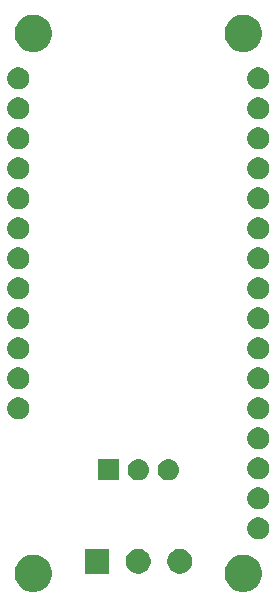
<source format=gbr>
G04 #@! TF.GenerationSoftware,KiCad,Pcbnew,5.0.2-bee76a0~70~ubuntu18.04.1*
G04 #@! TF.CreationDate,2019-09-12T15:25:54-07:00*
G04 #@! TF.ProjectId,potentiostat_featherwing,706f7465-6e74-4696-9f73-7461745f6665,rev?*
G04 #@! TF.SameCoordinates,Original*
G04 #@! TF.FileFunction,Soldermask,Bot*
G04 #@! TF.FilePolarity,Negative*
%FSLAX46Y46*%
G04 Gerber Fmt 4.6, Leading zero omitted, Abs format (unit mm)*
G04 Created by KiCad (PCBNEW 5.0.2-bee76a0~70~ubuntu18.04.1) date Thu 12 Sep 2019 03:25:54 PM PDT*
%MOMM*%
%LPD*%
G01*
G04 APERTURE LIST*
%ADD10C,0.100000*%
G04 APERTURE END LIST*
D10*
G36*
X60149411Y-72145526D02*
X60268137Y-72194704D01*
X60436041Y-72264252D01*
X60694007Y-72436619D01*
X60913381Y-72655993D01*
X61085748Y-72913959D01*
X61204474Y-73200590D01*
X61265000Y-73504875D01*
X61265000Y-73815125D01*
X61204474Y-74119410D01*
X61085748Y-74406041D01*
X60913381Y-74664007D01*
X60694007Y-74883381D01*
X60436041Y-75055748D01*
X60268137Y-75125296D01*
X60149411Y-75174474D01*
X59845125Y-75235000D01*
X59534875Y-75235000D01*
X59230589Y-75174474D01*
X59111863Y-75125296D01*
X58943959Y-75055748D01*
X58685993Y-74883381D01*
X58466619Y-74664007D01*
X58294252Y-74406041D01*
X58175526Y-74119410D01*
X58115000Y-73815125D01*
X58115000Y-73504875D01*
X58175526Y-73200590D01*
X58294252Y-72913959D01*
X58466619Y-72655993D01*
X58685993Y-72436619D01*
X58943959Y-72264252D01*
X59111863Y-72194704D01*
X59230589Y-72145526D01*
X59534875Y-72085000D01*
X59845125Y-72085000D01*
X60149411Y-72145526D01*
X60149411Y-72145526D01*
G37*
G36*
X42369411Y-72145526D02*
X42488137Y-72194704D01*
X42656041Y-72264252D01*
X42914007Y-72436619D01*
X43133381Y-72655993D01*
X43305748Y-72913959D01*
X43424474Y-73200590D01*
X43485000Y-73504875D01*
X43485000Y-73815125D01*
X43424474Y-74119410D01*
X43305748Y-74406041D01*
X43133381Y-74664007D01*
X42914007Y-74883381D01*
X42656041Y-75055748D01*
X42488137Y-75125296D01*
X42369411Y-75174474D01*
X42065125Y-75235000D01*
X41754875Y-75235000D01*
X41450589Y-75174474D01*
X41331863Y-75125296D01*
X41163959Y-75055748D01*
X40905993Y-74883381D01*
X40686619Y-74664007D01*
X40514252Y-74406041D01*
X40395526Y-74119410D01*
X40335000Y-73815125D01*
X40335000Y-73504875D01*
X40395526Y-73200590D01*
X40514252Y-72913959D01*
X40686619Y-72655993D01*
X40905993Y-72436619D01*
X41163959Y-72264252D01*
X41331863Y-72194704D01*
X41450589Y-72145526D01*
X41754875Y-72085000D01*
X42065125Y-72085000D01*
X42369411Y-72145526D01*
X42369411Y-72145526D01*
G37*
G36*
X51106565Y-71633389D02*
X51297834Y-71712615D01*
X51469976Y-71827637D01*
X51616363Y-71974024D01*
X51731385Y-72146166D01*
X51810611Y-72337435D01*
X51851000Y-72540484D01*
X51851000Y-72747516D01*
X51810611Y-72950565D01*
X51731385Y-73141834D01*
X51616363Y-73313976D01*
X51469976Y-73460363D01*
X51297834Y-73575385D01*
X51106565Y-73654611D01*
X50903516Y-73695000D01*
X50696484Y-73695000D01*
X50493435Y-73654611D01*
X50302166Y-73575385D01*
X50130024Y-73460363D01*
X49983637Y-73313976D01*
X49868615Y-73141834D01*
X49789389Y-72950565D01*
X49749000Y-72747516D01*
X49749000Y-72540484D01*
X49789389Y-72337435D01*
X49868615Y-72146166D01*
X49983637Y-71974024D01*
X50130024Y-71827637D01*
X50302166Y-71712615D01*
X50493435Y-71633389D01*
X50696484Y-71593000D01*
X50903516Y-71593000D01*
X51106565Y-71633389D01*
X51106565Y-71633389D01*
G37*
G36*
X48350880Y-73695000D02*
X46248880Y-73695000D01*
X46248880Y-71593000D01*
X48350880Y-71593000D01*
X48350880Y-73695000D01*
X48350880Y-73695000D01*
G37*
G36*
X54606685Y-71633389D02*
X54797954Y-71712615D01*
X54970096Y-71827637D01*
X55116483Y-71974024D01*
X55231505Y-72146166D01*
X55310731Y-72337435D01*
X55351120Y-72540484D01*
X55351120Y-72747516D01*
X55310731Y-72950565D01*
X55231505Y-73141834D01*
X55116483Y-73313976D01*
X54970096Y-73460363D01*
X54797954Y-73575385D01*
X54606685Y-73654611D01*
X54403636Y-73695000D01*
X54196604Y-73695000D01*
X53993555Y-73654611D01*
X53802286Y-73575385D01*
X53630144Y-73460363D01*
X53483757Y-73313976D01*
X53368735Y-73141834D01*
X53289509Y-72950565D01*
X53249120Y-72747516D01*
X53249120Y-72540484D01*
X53289509Y-72337435D01*
X53368735Y-72146166D01*
X53483757Y-71974024D01*
X53630144Y-71827637D01*
X53802286Y-71712615D01*
X53993555Y-71633389D01*
X54196604Y-71593000D01*
X54403636Y-71593000D01*
X54606685Y-71633389D01*
X54606685Y-71633389D01*
G37*
G36*
X61234188Y-68946123D02*
X61405257Y-69016983D01*
X61559216Y-69119855D01*
X61690145Y-69250784D01*
X61793017Y-69404743D01*
X61863877Y-69575812D01*
X61900000Y-69757417D01*
X61900000Y-69942583D01*
X61863877Y-70124188D01*
X61793017Y-70295257D01*
X61690145Y-70449216D01*
X61559216Y-70580145D01*
X61405257Y-70683017D01*
X61234188Y-70753877D01*
X61052583Y-70790000D01*
X60867417Y-70790000D01*
X60685812Y-70753877D01*
X60514743Y-70683017D01*
X60360784Y-70580145D01*
X60229855Y-70449216D01*
X60126983Y-70295257D01*
X60056123Y-70124188D01*
X60020000Y-69942583D01*
X60020000Y-69757417D01*
X60056123Y-69575812D01*
X60126983Y-69404743D01*
X60229855Y-69250784D01*
X60360784Y-69119855D01*
X60514743Y-69016983D01*
X60685812Y-68946123D01*
X60867417Y-68910000D01*
X61052583Y-68910000D01*
X61234188Y-68946123D01*
X61234188Y-68946123D01*
G37*
G36*
X61234188Y-66406123D02*
X61405257Y-66476983D01*
X61559216Y-66579855D01*
X61690145Y-66710784D01*
X61793017Y-66864743D01*
X61863877Y-67035812D01*
X61900000Y-67217417D01*
X61900000Y-67402583D01*
X61863877Y-67584188D01*
X61793017Y-67755257D01*
X61690145Y-67909216D01*
X61559216Y-68040145D01*
X61405257Y-68143017D01*
X61234188Y-68213877D01*
X61052583Y-68250000D01*
X60867417Y-68250000D01*
X60685812Y-68213877D01*
X60514743Y-68143017D01*
X60360784Y-68040145D01*
X60229855Y-67909216D01*
X60126983Y-67755257D01*
X60056123Y-67584188D01*
X60020000Y-67402583D01*
X60020000Y-67217417D01*
X60056123Y-67035812D01*
X60126983Y-66864743D01*
X60229855Y-66710784D01*
X60360784Y-66579855D01*
X60514743Y-66476983D01*
X60685812Y-66406123D01*
X60867417Y-66370000D01*
X61052583Y-66370000D01*
X61234188Y-66406123D01*
X61234188Y-66406123D01*
G37*
G36*
X49161000Y-65798000D02*
X47359000Y-65798000D01*
X47359000Y-63996000D01*
X49161000Y-63996000D01*
X49161000Y-65798000D01*
X49161000Y-65798000D01*
G37*
G36*
X50910442Y-64002518D02*
X50976627Y-64009037D01*
X51089853Y-64043384D01*
X51146467Y-64060557D01*
X51285087Y-64134652D01*
X51302991Y-64144222D01*
X51335357Y-64170784D01*
X51440186Y-64256814D01*
X51523448Y-64358271D01*
X51552778Y-64394009D01*
X51552779Y-64394011D01*
X51636443Y-64550533D01*
X51636443Y-64550534D01*
X51687963Y-64720373D01*
X51705359Y-64897000D01*
X51687963Y-65073627D01*
X51653616Y-65186853D01*
X51636443Y-65243467D01*
X51569228Y-65369215D01*
X51552778Y-65399991D01*
X51523448Y-65435729D01*
X51440186Y-65537186D01*
X51338729Y-65620448D01*
X51302991Y-65649778D01*
X51302989Y-65649779D01*
X51146467Y-65733443D01*
X51089853Y-65750616D01*
X50976627Y-65784963D01*
X50910442Y-65791482D01*
X50844260Y-65798000D01*
X50755740Y-65798000D01*
X50689558Y-65791482D01*
X50623373Y-65784963D01*
X50510147Y-65750616D01*
X50453533Y-65733443D01*
X50297011Y-65649779D01*
X50297009Y-65649778D01*
X50261271Y-65620448D01*
X50159814Y-65537186D01*
X50076552Y-65435729D01*
X50047222Y-65399991D01*
X50030772Y-65369215D01*
X49963557Y-65243467D01*
X49946384Y-65186853D01*
X49912037Y-65073627D01*
X49894641Y-64897000D01*
X49912037Y-64720373D01*
X49963557Y-64550534D01*
X49963557Y-64550533D01*
X50047221Y-64394011D01*
X50047222Y-64394009D01*
X50076552Y-64358271D01*
X50159814Y-64256814D01*
X50264643Y-64170784D01*
X50297009Y-64144222D01*
X50314913Y-64134652D01*
X50453533Y-64060557D01*
X50510147Y-64043384D01*
X50623373Y-64009037D01*
X50689558Y-64002518D01*
X50755740Y-63996000D01*
X50844260Y-63996000D01*
X50910442Y-64002518D01*
X50910442Y-64002518D01*
G37*
G36*
X53450442Y-64002518D02*
X53516627Y-64009037D01*
X53629853Y-64043384D01*
X53686467Y-64060557D01*
X53825087Y-64134652D01*
X53842991Y-64144222D01*
X53875357Y-64170784D01*
X53980186Y-64256814D01*
X54063448Y-64358271D01*
X54092778Y-64394009D01*
X54092779Y-64394011D01*
X54176443Y-64550533D01*
X54176443Y-64550534D01*
X54227963Y-64720373D01*
X54245359Y-64897000D01*
X54227963Y-65073627D01*
X54193616Y-65186853D01*
X54176443Y-65243467D01*
X54109228Y-65369215D01*
X54092778Y-65399991D01*
X54063448Y-65435729D01*
X53980186Y-65537186D01*
X53878729Y-65620448D01*
X53842991Y-65649778D01*
X53842989Y-65649779D01*
X53686467Y-65733443D01*
X53629853Y-65750616D01*
X53516627Y-65784963D01*
X53450442Y-65791482D01*
X53384260Y-65798000D01*
X53295740Y-65798000D01*
X53229558Y-65791482D01*
X53163373Y-65784963D01*
X53050147Y-65750616D01*
X52993533Y-65733443D01*
X52837011Y-65649779D01*
X52837009Y-65649778D01*
X52801271Y-65620448D01*
X52699814Y-65537186D01*
X52616552Y-65435729D01*
X52587222Y-65399991D01*
X52570772Y-65369215D01*
X52503557Y-65243467D01*
X52486384Y-65186853D01*
X52452037Y-65073627D01*
X52434641Y-64897000D01*
X52452037Y-64720373D01*
X52503557Y-64550534D01*
X52503557Y-64550533D01*
X52587221Y-64394011D01*
X52587222Y-64394009D01*
X52616552Y-64358271D01*
X52699814Y-64256814D01*
X52804643Y-64170784D01*
X52837009Y-64144222D01*
X52854913Y-64134652D01*
X52993533Y-64060557D01*
X53050147Y-64043384D01*
X53163373Y-64009037D01*
X53229558Y-64002518D01*
X53295740Y-63996000D01*
X53384260Y-63996000D01*
X53450442Y-64002518D01*
X53450442Y-64002518D01*
G37*
G36*
X61234188Y-63866123D02*
X61405257Y-63936983D01*
X61559216Y-64039855D01*
X61690145Y-64170784D01*
X61793017Y-64324743D01*
X61863877Y-64495812D01*
X61900000Y-64677417D01*
X61900000Y-64862583D01*
X61863877Y-65044188D01*
X61793017Y-65215257D01*
X61690145Y-65369216D01*
X61559216Y-65500145D01*
X61405257Y-65603017D01*
X61234188Y-65673877D01*
X61052583Y-65710000D01*
X60867417Y-65710000D01*
X60685812Y-65673877D01*
X60514743Y-65603017D01*
X60360784Y-65500145D01*
X60229855Y-65369216D01*
X60126983Y-65215257D01*
X60056123Y-65044188D01*
X60020000Y-64862583D01*
X60020000Y-64677417D01*
X60056123Y-64495812D01*
X60126983Y-64324743D01*
X60229855Y-64170784D01*
X60360784Y-64039855D01*
X60514743Y-63936983D01*
X60685812Y-63866123D01*
X60867417Y-63830000D01*
X61052583Y-63830000D01*
X61234188Y-63866123D01*
X61234188Y-63866123D01*
G37*
G36*
X61234188Y-61326123D02*
X61405257Y-61396983D01*
X61559216Y-61499855D01*
X61690145Y-61630784D01*
X61793017Y-61784743D01*
X61863877Y-61955812D01*
X61900000Y-62137417D01*
X61900000Y-62322583D01*
X61863877Y-62504188D01*
X61793017Y-62675257D01*
X61690145Y-62829216D01*
X61559216Y-62960145D01*
X61405257Y-63063017D01*
X61234188Y-63133877D01*
X61052583Y-63170000D01*
X60867417Y-63170000D01*
X60685812Y-63133877D01*
X60514743Y-63063017D01*
X60360784Y-62960145D01*
X60229855Y-62829216D01*
X60126983Y-62675257D01*
X60056123Y-62504188D01*
X60020000Y-62322583D01*
X60020000Y-62137417D01*
X60056123Y-61955812D01*
X60126983Y-61784743D01*
X60229855Y-61630784D01*
X60360784Y-61499855D01*
X60514743Y-61396983D01*
X60685812Y-61326123D01*
X60867417Y-61290000D01*
X61052583Y-61290000D01*
X61234188Y-61326123D01*
X61234188Y-61326123D01*
G37*
G36*
X61234188Y-58786123D02*
X61405257Y-58856983D01*
X61559216Y-58959855D01*
X61690145Y-59090784D01*
X61793017Y-59244743D01*
X61863877Y-59415812D01*
X61900000Y-59597417D01*
X61900000Y-59782583D01*
X61863877Y-59964188D01*
X61793017Y-60135257D01*
X61690145Y-60289216D01*
X61559216Y-60420145D01*
X61405257Y-60523017D01*
X61234188Y-60593877D01*
X61052583Y-60630000D01*
X60867417Y-60630000D01*
X60685812Y-60593877D01*
X60514743Y-60523017D01*
X60360784Y-60420145D01*
X60229855Y-60289216D01*
X60126983Y-60135257D01*
X60056123Y-59964188D01*
X60020000Y-59782583D01*
X60020000Y-59597417D01*
X60056123Y-59415812D01*
X60126983Y-59244743D01*
X60229855Y-59090784D01*
X60360784Y-58959855D01*
X60514743Y-58856983D01*
X60685812Y-58786123D01*
X60867417Y-58750000D01*
X61052583Y-58750000D01*
X61234188Y-58786123D01*
X61234188Y-58786123D01*
G37*
G36*
X40914188Y-58786123D02*
X41085257Y-58856983D01*
X41239216Y-58959855D01*
X41370145Y-59090784D01*
X41473017Y-59244743D01*
X41543877Y-59415812D01*
X41580000Y-59597417D01*
X41580000Y-59782583D01*
X41543877Y-59964188D01*
X41473017Y-60135257D01*
X41370145Y-60289216D01*
X41239216Y-60420145D01*
X41085257Y-60523017D01*
X40914188Y-60593877D01*
X40732583Y-60630000D01*
X40547417Y-60630000D01*
X40365812Y-60593877D01*
X40194743Y-60523017D01*
X40040784Y-60420145D01*
X39909855Y-60289216D01*
X39806983Y-60135257D01*
X39736123Y-59964188D01*
X39700000Y-59782583D01*
X39700000Y-59597417D01*
X39736123Y-59415812D01*
X39806983Y-59244743D01*
X39909855Y-59090784D01*
X40040784Y-58959855D01*
X40194743Y-58856983D01*
X40365812Y-58786123D01*
X40547417Y-58750000D01*
X40732583Y-58750000D01*
X40914188Y-58786123D01*
X40914188Y-58786123D01*
G37*
G36*
X61234188Y-56246123D02*
X61405257Y-56316983D01*
X61559216Y-56419855D01*
X61690145Y-56550784D01*
X61793017Y-56704743D01*
X61863877Y-56875812D01*
X61900000Y-57057417D01*
X61900000Y-57242583D01*
X61863877Y-57424188D01*
X61793017Y-57595257D01*
X61690145Y-57749216D01*
X61559216Y-57880145D01*
X61405257Y-57983017D01*
X61234188Y-58053877D01*
X61052583Y-58090000D01*
X60867417Y-58090000D01*
X60685812Y-58053877D01*
X60514743Y-57983017D01*
X60360784Y-57880145D01*
X60229855Y-57749216D01*
X60126983Y-57595257D01*
X60056123Y-57424188D01*
X60020000Y-57242583D01*
X60020000Y-57057417D01*
X60056123Y-56875812D01*
X60126983Y-56704743D01*
X60229855Y-56550784D01*
X60360784Y-56419855D01*
X60514743Y-56316983D01*
X60685812Y-56246123D01*
X60867417Y-56210000D01*
X61052583Y-56210000D01*
X61234188Y-56246123D01*
X61234188Y-56246123D01*
G37*
G36*
X40914188Y-56246123D02*
X41085257Y-56316983D01*
X41239216Y-56419855D01*
X41370145Y-56550784D01*
X41473017Y-56704743D01*
X41543877Y-56875812D01*
X41580000Y-57057417D01*
X41580000Y-57242583D01*
X41543877Y-57424188D01*
X41473017Y-57595257D01*
X41370145Y-57749216D01*
X41239216Y-57880145D01*
X41085257Y-57983017D01*
X40914188Y-58053877D01*
X40732583Y-58090000D01*
X40547417Y-58090000D01*
X40365812Y-58053877D01*
X40194743Y-57983017D01*
X40040784Y-57880145D01*
X39909855Y-57749216D01*
X39806983Y-57595257D01*
X39736123Y-57424188D01*
X39700000Y-57242583D01*
X39700000Y-57057417D01*
X39736123Y-56875812D01*
X39806983Y-56704743D01*
X39909855Y-56550784D01*
X40040784Y-56419855D01*
X40194743Y-56316983D01*
X40365812Y-56246123D01*
X40547417Y-56210000D01*
X40732583Y-56210000D01*
X40914188Y-56246123D01*
X40914188Y-56246123D01*
G37*
G36*
X61234188Y-53706123D02*
X61405257Y-53776983D01*
X61559216Y-53879855D01*
X61690145Y-54010784D01*
X61793017Y-54164743D01*
X61863877Y-54335812D01*
X61900000Y-54517417D01*
X61900000Y-54702583D01*
X61863877Y-54884188D01*
X61793017Y-55055257D01*
X61690145Y-55209216D01*
X61559216Y-55340145D01*
X61405257Y-55443017D01*
X61234188Y-55513877D01*
X61052583Y-55550000D01*
X60867417Y-55550000D01*
X60685812Y-55513877D01*
X60514743Y-55443017D01*
X60360784Y-55340145D01*
X60229855Y-55209216D01*
X60126983Y-55055257D01*
X60056123Y-54884188D01*
X60020000Y-54702583D01*
X60020000Y-54517417D01*
X60056123Y-54335812D01*
X60126983Y-54164743D01*
X60229855Y-54010784D01*
X60360784Y-53879855D01*
X60514743Y-53776983D01*
X60685812Y-53706123D01*
X60867417Y-53670000D01*
X61052583Y-53670000D01*
X61234188Y-53706123D01*
X61234188Y-53706123D01*
G37*
G36*
X40914188Y-53706123D02*
X41085257Y-53776983D01*
X41239216Y-53879855D01*
X41370145Y-54010784D01*
X41473017Y-54164743D01*
X41543877Y-54335812D01*
X41580000Y-54517417D01*
X41580000Y-54702583D01*
X41543877Y-54884188D01*
X41473017Y-55055257D01*
X41370145Y-55209216D01*
X41239216Y-55340145D01*
X41085257Y-55443017D01*
X40914188Y-55513877D01*
X40732583Y-55550000D01*
X40547417Y-55550000D01*
X40365812Y-55513877D01*
X40194743Y-55443017D01*
X40040784Y-55340145D01*
X39909855Y-55209216D01*
X39806983Y-55055257D01*
X39736123Y-54884188D01*
X39700000Y-54702583D01*
X39700000Y-54517417D01*
X39736123Y-54335812D01*
X39806983Y-54164743D01*
X39909855Y-54010784D01*
X40040784Y-53879855D01*
X40194743Y-53776983D01*
X40365812Y-53706123D01*
X40547417Y-53670000D01*
X40732583Y-53670000D01*
X40914188Y-53706123D01*
X40914188Y-53706123D01*
G37*
G36*
X61234188Y-51166123D02*
X61405257Y-51236983D01*
X61559216Y-51339855D01*
X61690145Y-51470784D01*
X61793017Y-51624743D01*
X61863877Y-51795812D01*
X61900000Y-51977417D01*
X61900000Y-52162583D01*
X61863877Y-52344188D01*
X61793017Y-52515257D01*
X61690145Y-52669216D01*
X61559216Y-52800145D01*
X61405257Y-52903017D01*
X61234188Y-52973877D01*
X61052583Y-53010000D01*
X60867417Y-53010000D01*
X60685812Y-52973877D01*
X60514743Y-52903017D01*
X60360784Y-52800145D01*
X60229855Y-52669216D01*
X60126983Y-52515257D01*
X60056123Y-52344188D01*
X60020000Y-52162583D01*
X60020000Y-51977417D01*
X60056123Y-51795812D01*
X60126983Y-51624743D01*
X60229855Y-51470784D01*
X60360784Y-51339855D01*
X60514743Y-51236983D01*
X60685812Y-51166123D01*
X60867417Y-51130000D01*
X61052583Y-51130000D01*
X61234188Y-51166123D01*
X61234188Y-51166123D01*
G37*
G36*
X40914188Y-51166123D02*
X41085257Y-51236983D01*
X41239216Y-51339855D01*
X41370145Y-51470784D01*
X41473017Y-51624743D01*
X41543877Y-51795812D01*
X41580000Y-51977417D01*
X41580000Y-52162583D01*
X41543877Y-52344188D01*
X41473017Y-52515257D01*
X41370145Y-52669216D01*
X41239216Y-52800145D01*
X41085257Y-52903017D01*
X40914188Y-52973877D01*
X40732583Y-53010000D01*
X40547417Y-53010000D01*
X40365812Y-52973877D01*
X40194743Y-52903017D01*
X40040784Y-52800145D01*
X39909855Y-52669216D01*
X39806983Y-52515257D01*
X39736123Y-52344188D01*
X39700000Y-52162583D01*
X39700000Y-51977417D01*
X39736123Y-51795812D01*
X39806983Y-51624743D01*
X39909855Y-51470784D01*
X40040784Y-51339855D01*
X40194743Y-51236983D01*
X40365812Y-51166123D01*
X40547417Y-51130000D01*
X40732583Y-51130000D01*
X40914188Y-51166123D01*
X40914188Y-51166123D01*
G37*
G36*
X61234188Y-48626123D02*
X61405257Y-48696983D01*
X61559216Y-48799855D01*
X61690145Y-48930784D01*
X61793017Y-49084743D01*
X61863877Y-49255812D01*
X61900000Y-49437417D01*
X61900000Y-49622583D01*
X61863877Y-49804188D01*
X61793017Y-49975257D01*
X61690145Y-50129216D01*
X61559216Y-50260145D01*
X61405257Y-50363017D01*
X61234188Y-50433877D01*
X61052583Y-50470000D01*
X60867417Y-50470000D01*
X60685812Y-50433877D01*
X60514743Y-50363017D01*
X60360784Y-50260145D01*
X60229855Y-50129216D01*
X60126983Y-49975257D01*
X60056123Y-49804188D01*
X60020000Y-49622583D01*
X60020000Y-49437417D01*
X60056123Y-49255812D01*
X60126983Y-49084743D01*
X60229855Y-48930784D01*
X60360784Y-48799855D01*
X60514743Y-48696983D01*
X60685812Y-48626123D01*
X60867417Y-48590000D01*
X61052583Y-48590000D01*
X61234188Y-48626123D01*
X61234188Y-48626123D01*
G37*
G36*
X40914188Y-48626123D02*
X41085257Y-48696983D01*
X41239216Y-48799855D01*
X41370145Y-48930784D01*
X41473017Y-49084743D01*
X41543877Y-49255812D01*
X41580000Y-49437417D01*
X41580000Y-49622583D01*
X41543877Y-49804188D01*
X41473017Y-49975257D01*
X41370145Y-50129216D01*
X41239216Y-50260145D01*
X41085257Y-50363017D01*
X40914188Y-50433877D01*
X40732583Y-50470000D01*
X40547417Y-50470000D01*
X40365812Y-50433877D01*
X40194743Y-50363017D01*
X40040784Y-50260145D01*
X39909855Y-50129216D01*
X39806983Y-49975257D01*
X39736123Y-49804188D01*
X39700000Y-49622583D01*
X39700000Y-49437417D01*
X39736123Y-49255812D01*
X39806983Y-49084743D01*
X39909855Y-48930784D01*
X40040784Y-48799855D01*
X40194743Y-48696983D01*
X40365812Y-48626123D01*
X40547417Y-48590000D01*
X40732583Y-48590000D01*
X40914188Y-48626123D01*
X40914188Y-48626123D01*
G37*
G36*
X61234188Y-46086123D02*
X61405257Y-46156983D01*
X61559216Y-46259855D01*
X61690145Y-46390784D01*
X61793017Y-46544743D01*
X61863877Y-46715812D01*
X61900000Y-46897417D01*
X61900000Y-47082583D01*
X61863877Y-47264188D01*
X61793017Y-47435257D01*
X61690145Y-47589216D01*
X61559216Y-47720145D01*
X61405257Y-47823017D01*
X61234188Y-47893877D01*
X61052583Y-47930000D01*
X60867417Y-47930000D01*
X60685812Y-47893877D01*
X60514743Y-47823017D01*
X60360784Y-47720145D01*
X60229855Y-47589216D01*
X60126983Y-47435257D01*
X60056123Y-47264188D01*
X60020000Y-47082583D01*
X60020000Y-46897417D01*
X60056123Y-46715812D01*
X60126983Y-46544743D01*
X60229855Y-46390784D01*
X60360784Y-46259855D01*
X60514743Y-46156983D01*
X60685812Y-46086123D01*
X60867417Y-46050000D01*
X61052583Y-46050000D01*
X61234188Y-46086123D01*
X61234188Y-46086123D01*
G37*
G36*
X40914188Y-46086123D02*
X41085257Y-46156983D01*
X41239216Y-46259855D01*
X41370145Y-46390784D01*
X41473017Y-46544743D01*
X41543877Y-46715812D01*
X41580000Y-46897417D01*
X41580000Y-47082583D01*
X41543877Y-47264188D01*
X41473017Y-47435257D01*
X41370145Y-47589216D01*
X41239216Y-47720145D01*
X41085257Y-47823017D01*
X40914188Y-47893877D01*
X40732583Y-47930000D01*
X40547417Y-47930000D01*
X40365812Y-47893877D01*
X40194743Y-47823017D01*
X40040784Y-47720145D01*
X39909855Y-47589216D01*
X39806983Y-47435257D01*
X39736123Y-47264188D01*
X39700000Y-47082583D01*
X39700000Y-46897417D01*
X39736123Y-46715812D01*
X39806983Y-46544743D01*
X39909855Y-46390784D01*
X40040784Y-46259855D01*
X40194743Y-46156983D01*
X40365812Y-46086123D01*
X40547417Y-46050000D01*
X40732583Y-46050000D01*
X40914188Y-46086123D01*
X40914188Y-46086123D01*
G37*
G36*
X61234188Y-43546123D02*
X61405257Y-43616983D01*
X61559216Y-43719855D01*
X61690145Y-43850784D01*
X61793017Y-44004743D01*
X61863877Y-44175812D01*
X61900000Y-44357417D01*
X61900000Y-44542583D01*
X61863877Y-44724188D01*
X61793017Y-44895257D01*
X61690145Y-45049216D01*
X61559216Y-45180145D01*
X61405257Y-45283017D01*
X61234188Y-45353877D01*
X61052583Y-45390000D01*
X60867417Y-45390000D01*
X60685812Y-45353877D01*
X60514743Y-45283017D01*
X60360784Y-45180145D01*
X60229855Y-45049216D01*
X60126983Y-44895257D01*
X60056123Y-44724188D01*
X60020000Y-44542583D01*
X60020000Y-44357417D01*
X60056123Y-44175812D01*
X60126983Y-44004743D01*
X60229855Y-43850784D01*
X60360784Y-43719855D01*
X60514743Y-43616983D01*
X60685812Y-43546123D01*
X60867417Y-43510000D01*
X61052583Y-43510000D01*
X61234188Y-43546123D01*
X61234188Y-43546123D01*
G37*
G36*
X40914188Y-43546123D02*
X41085257Y-43616983D01*
X41239216Y-43719855D01*
X41370145Y-43850784D01*
X41473017Y-44004743D01*
X41543877Y-44175812D01*
X41580000Y-44357417D01*
X41580000Y-44542583D01*
X41543877Y-44724188D01*
X41473017Y-44895257D01*
X41370145Y-45049216D01*
X41239216Y-45180145D01*
X41085257Y-45283017D01*
X40914188Y-45353877D01*
X40732583Y-45390000D01*
X40547417Y-45390000D01*
X40365812Y-45353877D01*
X40194743Y-45283017D01*
X40040784Y-45180145D01*
X39909855Y-45049216D01*
X39806983Y-44895257D01*
X39736123Y-44724188D01*
X39700000Y-44542583D01*
X39700000Y-44357417D01*
X39736123Y-44175812D01*
X39806983Y-44004743D01*
X39909855Y-43850784D01*
X40040784Y-43719855D01*
X40194743Y-43616983D01*
X40365812Y-43546123D01*
X40547417Y-43510000D01*
X40732583Y-43510000D01*
X40914188Y-43546123D01*
X40914188Y-43546123D01*
G37*
G36*
X61234188Y-41006123D02*
X61405257Y-41076983D01*
X61559216Y-41179855D01*
X61690145Y-41310784D01*
X61793017Y-41464743D01*
X61863877Y-41635812D01*
X61900000Y-41817417D01*
X61900000Y-42002583D01*
X61863877Y-42184188D01*
X61793017Y-42355257D01*
X61690145Y-42509216D01*
X61559216Y-42640145D01*
X61405257Y-42743017D01*
X61234188Y-42813877D01*
X61052583Y-42850000D01*
X60867417Y-42850000D01*
X60685812Y-42813877D01*
X60514743Y-42743017D01*
X60360784Y-42640145D01*
X60229855Y-42509216D01*
X60126983Y-42355257D01*
X60056123Y-42184188D01*
X60020000Y-42002583D01*
X60020000Y-41817417D01*
X60056123Y-41635812D01*
X60126983Y-41464743D01*
X60229855Y-41310784D01*
X60360784Y-41179855D01*
X60514743Y-41076983D01*
X60685812Y-41006123D01*
X60867417Y-40970000D01*
X61052583Y-40970000D01*
X61234188Y-41006123D01*
X61234188Y-41006123D01*
G37*
G36*
X40914188Y-41006123D02*
X41085257Y-41076983D01*
X41239216Y-41179855D01*
X41370145Y-41310784D01*
X41473017Y-41464743D01*
X41543877Y-41635812D01*
X41580000Y-41817417D01*
X41580000Y-42002583D01*
X41543877Y-42184188D01*
X41473017Y-42355257D01*
X41370145Y-42509216D01*
X41239216Y-42640145D01*
X41085257Y-42743017D01*
X40914188Y-42813877D01*
X40732583Y-42850000D01*
X40547417Y-42850000D01*
X40365812Y-42813877D01*
X40194743Y-42743017D01*
X40040784Y-42640145D01*
X39909855Y-42509216D01*
X39806983Y-42355257D01*
X39736123Y-42184188D01*
X39700000Y-42002583D01*
X39700000Y-41817417D01*
X39736123Y-41635812D01*
X39806983Y-41464743D01*
X39909855Y-41310784D01*
X40040784Y-41179855D01*
X40194743Y-41076983D01*
X40365812Y-41006123D01*
X40547417Y-40970000D01*
X40732583Y-40970000D01*
X40914188Y-41006123D01*
X40914188Y-41006123D01*
G37*
G36*
X40914188Y-38466123D02*
X41085257Y-38536983D01*
X41239216Y-38639855D01*
X41370145Y-38770784D01*
X41473017Y-38924743D01*
X41543877Y-39095812D01*
X41580000Y-39277417D01*
X41580000Y-39462583D01*
X41543877Y-39644188D01*
X41473017Y-39815257D01*
X41370145Y-39969216D01*
X41239216Y-40100145D01*
X41085257Y-40203017D01*
X40914188Y-40273877D01*
X40732583Y-40310000D01*
X40547417Y-40310000D01*
X40365812Y-40273877D01*
X40194743Y-40203017D01*
X40040784Y-40100145D01*
X39909855Y-39969216D01*
X39806983Y-39815257D01*
X39736123Y-39644188D01*
X39700000Y-39462583D01*
X39700000Y-39277417D01*
X39736123Y-39095812D01*
X39806983Y-38924743D01*
X39909855Y-38770784D01*
X40040784Y-38639855D01*
X40194743Y-38536983D01*
X40365812Y-38466123D01*
X40547417Y-38430000D01*
X40732583Y-38430000D01*
X40914188Y-38466123D01*
X40914188Y-38466123D01*
G37*
G36*
X61234188Y-38466123D02*
X61405257Y-38536983D01*
X61559216Y-38639855D01*
X61690145Y-38770784D01*
X61793017Y-38924743D01*
X61863877Y-39095812D01*
X61900000Y-39277417D01*
X61900000Y-39462583D01*
X61863877Y-39644188D01*
X61793017Y-39815257D01*
X61690145Y-39969216D01*
X61559216Y-40100145D01*
X61405257Y-40203017D01*
X61234188Y-40273877D01*
X61052583Y-40310000D01*
X60867417Y-40310000D01*
X60685812Y-40273877D01*
X60514743Y-40203017D01*
X60360784Y-40100145D01*
X60229855Y-39969216D01*
X60126983Y-39815257D01*
X60056123Y-39644188D01*
X60020000Y-39462583D01*
X60020000Y-39277417D01*
X60056123Y-39095812D01*
X60126983Y-38924743D01*
X60229855Y-38770784D01*
X60360784Y-38639855D01*
X60514743Y-38536983D01*
X60685812Y-38466123D01*
X60867417Y-38430000D01*
X61052583Y-38430000D01*
X61234188Y-38466123D01*
X61234188Y-38466123D01*
G37*
G36*
X61234188Y-35926123D02*
X61405257Y-35996983D01*
X61559216Y-36099855D01*
X61690145Y-36230784D01*
X61793017Y-36384743D01*
X61863877Y-36555812D01*
X61900000Y-36737417D01*
X61900000Y-36922583D01*
X61863877Y-37104188D01*
X61793017Y-37275257D01*
X61690145Y-37429216D01*
X61559216Y-37560145D01*
X61405257Y-37663017D01*
X61234188Y-37733877D01*
X61052583Y-37770000D01*
X60867417Y-37770000D01*
X60685812Y-37733877D01*
X60514743Y-37663017D01*
X60360784Y-37560145D01*
X60229855Y-37429216D01*
X60126983Y-37275257D01*
X60056123Y-37104188D01*
X60020000Y-36922583D01*
X60020000Y-36737417D01*
X60056123Y-36555812D01*
X60126983Y-36384743D01*
X60229855Y-36230784D01*
X60360784Y-36099855D01*
X60514743Y-35996983D01*
X60685812Y-35926123D01*
X60867417Y-35890000D01*
X61052583Y-35890000D01*
X61234188Y-35926123D01*
X61234188Y-35926123D01*
G37*
G36*
X40914188Y-35926123D02*
X41085257Y-35996983D01*
X41239216Y-36099855D01*
X41370145Y-36230784D01*
X41473017Y-36384743D01*
X41543877Y-36555812D01*
X41580000Y-36737417D01*
X41580000Y-36922583D01*
X41543877Y-37104188D01*
X41473017Y-37275257D01*
X41370145Y-37429216D01*
X41239216Y-37560145D01*
X41085257Y-37663017D01*
X40914188Y-37733877D01*
X40732583Y-37770000D01*
X40547417Y-37770000D01*
X40365812Y-37733877D01*
X40194743Y-37663017D01*
X40040784Y-37560145D01*
X39909855Y-37429216D01*
X39806983Y-37275257D01*
X39736123Y-37104188D01*
X39700000Y-36922583D01*
X39700000Y-36737417D01*
X39736123Y-36555812D01*
X39806983Y-36384743D01*
X39909855Y-36230784D01*
X40040784Y-36099855D01*
X40194743Y-35996983D01*
X40365812Y-35926123D01*
X40547417Y-35890000D01*
X40732583Y-35890000D01*
X40914188Y-35926123D01*
X40914188Y-35926123D01*
G37*
G36*
X61234188Y-33386123D02*
X61405257Y-33456983D01*
X61559216Y-33559855D01*
X61690145Y-33690784D01*
X61793017Y-33844743D01*
X61863877Y-34015812D01*
X61900000Y-34197417D01*
X61900000Y-34382583D01*
X61863877Y-34564188D01*
X61793017Y-34735257D01*
X61690145Y-34889216D01*
X61559216Y-35020145D01*
X61405257Y-35123017D01*
X61234188Y-35193877D01*
X61052583Y-35230000D01*
X60867417Y-35230000D01*
X60685812Y-35193877D01*
X60514743Y-35123017D01*
X60360784Y-35020145D01*
X60229855Y-34889216D01*
X60126983Y-34735257D01*
X60056123Y-34564188D01*
X60020000Y-34382583D01*
X60020000Y-34197417D01*
X60056123Y-34015812D01*
X60126983Y-33844743D01*
X60229855Y-33690784D01*
X60360784Y-33559855D01*
X60514743Y-33456983D01*
X60685812Y-33386123D01*
X60867417Y-33350000D01*
X61052583Y-33350000D01*
X61234188Y-33386123D01*
X61234188Y-33386123D01*
G37*
G36*
X40914188Y-33386123D02*
X41085257Y-33456983D01*
X41239216Y-33559855D01*
X41370145Y-33690784D01*
X41473017Y-33844743D01*
X41543877Y-34015812D01*
X41580000Y-34197417D01*
X41580000Y-34382583D01*
X41543877Y-34564188D01*
X41473017Y-34735257D01*
X41370145Y-34889216D01*
X41239216Y-35020145D01*
X41085257Y-35123017D01*
X40914188Y-35193877D01*
X40732583Y-35230000D01*
X40547417Y-35230000D01*
X40365812Y-35193877D01*
X40194743Y-35123017D01*
X40040784Y-35020145D01*
X39909855Y-34889216D01*
X39806983Y-34735257D01*
X39736123Y-34564188D01*
X39700000Y-34382583D01*
X39700000Y-34197417D01*
X39736123Y-34015812D01*
X39806983Y-33844743D01*
X39909855Y-33690784D01*
X40040784Y-33559855D01*
X40194743Y-33456983D01*
X40365812Y-33386123D01*
X40547417Y-33350000D01*
X40732583Y-33350000D01*
X40914188Y-33386123D01*
X40914188Y-33386123D01*
G37*
G36*
X40914188Y-30846123D02*
X41085257Y-30916983D01*
X41239216Y-31019855D01*
X41370145Y-31150784D01*
X41473017Y-31304743D01*
X41543877Y-31475812D01*
X41580000Y-31657417D01*
X41580000Y-31842583D01*
X41543877Y-32024188D01*
X41473017Y-32195257D01*
X41370145Y-32349216D01*
X41239216Y-32480145D01*
X41085257Y-32583017D01*
X40914188Y-32653877D01*
X40732583Y-32690000D01*
X40547417Y-32690000D01*
X40365812Y-32653877D01*
X40194743Y-32583017D01*
X40040784Y-32480145D01*
X39909855Y-32349216D01*
X39806983Y-32195257D01*
X39736123Y-32024188D01*
X39700000Y-31842583D01*
X39700000Y-31657417D01*
X39736123Y-31475812D01*
X39806983Y-31304743D01*
X39909855Y-31150784D01*
X40040784Y-31019855D01*
X40194743Y-30916983D01*
X40365812Y-30846123D01*
X40547417Y-30810000D01*
X40732583Y-30810000D01*
X40914188Y-30846123D01*
X40914188Y-30846123D01*
G37*
G36*
X61234188Y-30846123D02*
X61405257Y-30916983D01*
X61559216Y-31019855D01*
X61690145Y-31150784D01*
X61793017Y-31304743D01*
X61863877Y-31475812D01*
X61900000Y-31657417D01*
X61900000Y-31842583D01*
X61863877Y-32024188D01*
X61793017Y-32195257D01*
X61690145Y-32349216D01*
X61559216Y-32480145D01*
X61405257Y-32583017D01*
X61234188Y-32653877D01*
X61052583Y-32690000D01*
X60867417Y-32690000D01*
X60685812Y-32653877D01*
X60514743Y-32583017D01*
X60360784Y-32480145D01*
X60229855Y-32349216D01*
X60126983Y-32195257D01*
X60056123Y-32024188D01*
X60020000Y-31842583D01*
X60020000Y-31657417D01*
X60056123Y-31475812D01*
X60126983Y-31304743D01*
X60229855Y-31150784D01*
X60360784Y-31019855D01*
X60514743Y-30916983D01*
X60685812Y-30846123D01*
X60867417Y-30810000D01*
X61052583Y-30810000D01*
X61234188Y-30846123D01*
X61234188Y-30846123D01*
G37*
G36*
X60149411Y-26425526D02*
X60268137Y-26474704D01*
X60436041Y-26544252D01*
X60694007Y-26716619D01*
X60913381Y-26935993D01*
X61085748Y-27193959D01*
X61204474Y-27480590D01*
X61265000Y-27784875D01*
X61265000Y-28095125D01*
X61204474Y-28399410D01*
X61085748Y-28686041D01*
X60913381Y-28944007D01*
X60694007Y-29163381D01*
X60436041Y-29335748D01*
X60268137Y-29405296D01*
X60149411Y-29454474D01*
X59997267Y-29484737D01*
X59845125Y-29515000D01*
X59534875Y-29515000D01*
X59382733Y-29484737D01*
X59230589Y-29454474D01*
X59111863Y-29405296D01*
X58943959Y-29335748D01*
X58685993Y-29163381D01*
X58466619Y-28944007D01*
X58294252Y-28686041D01*
X58175526Y-28399410D01*
X58115000Y-28095125D01*
X58115000Y-27784875D01*
X58175526Y-27480590D01*
X58294252Y-27193959D01*
X58466619Y-26935993D01*
X58685993Y-26716619D01*
X58943959Y-26544252D01*
X59111863Y-26474704D01*
X59230589Y-26425526D01*
X59534875Y-26365000D01*
X59845125Y-26365000D01*
X60149411Y-26425526D01*
X60149411Y-26425526D01*
G37*
G36*
X42369411Y-26425526D02*
X42488137Y-26474704D01*
X42656041Y-26544252D01*
X42914007Y-26716619D01*
X43133381Y-26935993D01*
X43305748Y-27193959D01*
X43424474Y-27480590D01*
X43485000Y-27784875D01*
X43485000Y-28095125D01*
X43424474Y-28399410D01*
X43305748Y-28686041D01*
X43133381Y-28944007D01*
X42914007Y-29163381D01*
X42656041Y-29335748D01*
X42488137Y-29405296D01*
X42369411Y-29454474D01*
X42217267Y-29484737D01*
X42065125Y-29515000D01*
X41754875Y-29515000D01*
X41602733Y-29484737D01*
X41450589Y-29454474D01*
X41331863Y-29405296D01*
X41163959Y-29335748D01*
X40905993Y-29163381D01*
X40686619Y-28944007D01*
X40514252Y-28686041D01*
X40395526Y-28399410D01*
X40335000Y-28095125D01*
X40335000Y-27784875D01*
X40395526Y-27480590D01*
X40514252Y-27193959D01*
X40686619Y-26935993D01*
X40905993Y-26716619D01*
X41163959Y-26544252D01*
X41331863Y-26474704D01*
X41450589Y-26425526D01*
X41754875Y-26365000D01*
X42065125Y-26365000D01*
X42369411Y-26425526D01*
X42369411Y-26425526D01*
G37*
M02*

</source>
